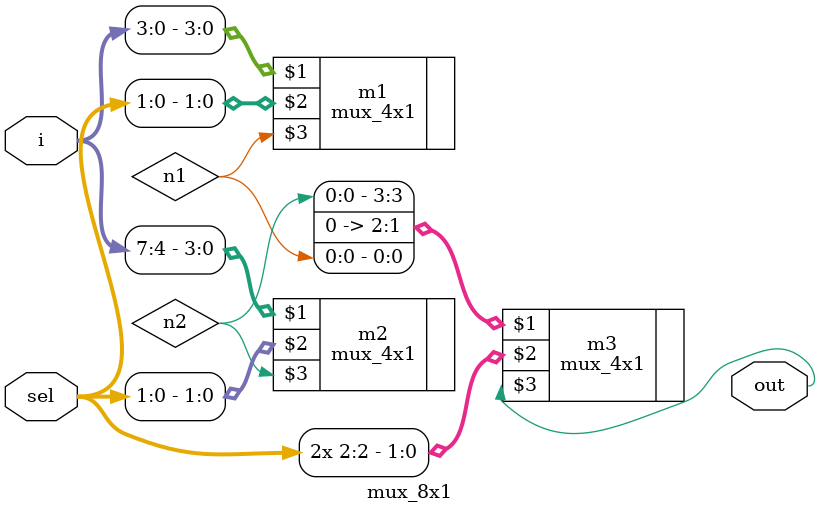
<source format=v>
module mux_8x1(i,sel,out);
input [7:0] i;
input [2:0] sel;
output out;

mux_4x1 m1(i[3:0],sel[1:0],n1);
mux_4x1 m2(i[7:4],sel[1:0],n2);
mux_4x1 m3({n2,2'b0,n1},{sel[2],sel[2]},out);
//mux_4x1 m3({n2,1'b0,1'b0,n1},{sel[2],sel[2]},out);
endmodule

//1'b0,1'b0,1'b1
//3'b001

//2'b0 -> 2'b00


</source>
